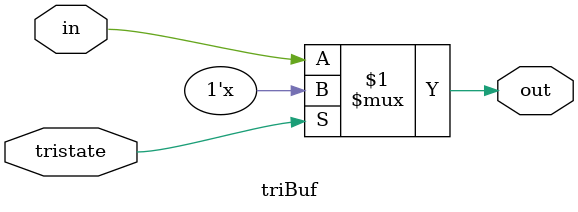
<source format=v>
`timescale 1ns / 1ps

module triBuf(
    input in,
    input tristate,
    output out             
);    
    
assign out = tristate ? 1'bz : in;

endmodule

</source>
